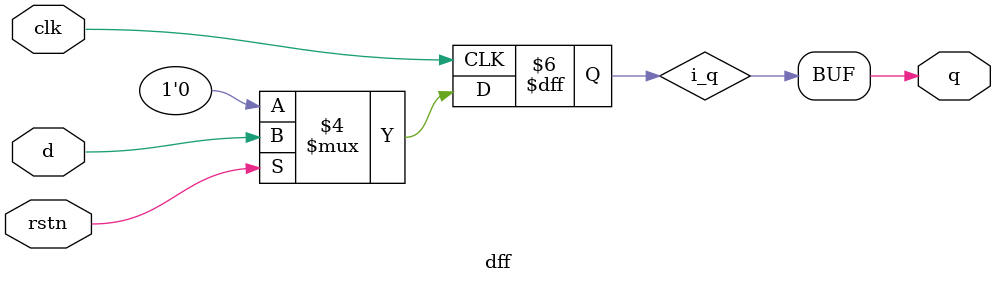
<source format=v>

module  dff  ( 	input 	d, 			// Inputs to the design should start with "input"
						rstn,
						clk,
				output	q); 		// Outputs of the design should start with "output"

	reg i_q; 							// Declare a variable to store output values

	always @ (posedge clk) begin 	// This block is executed at the positive edge of clk 0->1
		if (!rstn)  				// At the posedge, if rstn is 0 then q should get 0
			i_q <= 0;
		else
			i_q <= d; 				// At the posedge, if rstn is 1 then q should get d
	end

	assign q = i_q;

endmodule 							// End of module



/*
module  not_a_module_1  ( 	input 	d, 			// Inputs to the design should start with "input"
						rstn,
						clk,

endmodule
*/

//module  not_a_module_2; 
// module  not_a_module_3(
// module  not_a_module_4 (
// module  not_a_module
</source>
